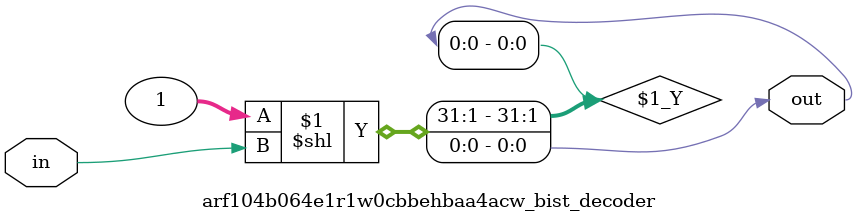
<source format=sv>

`ifndef ARF104B064E1R1W0CBBEHBAA4ACW_BIST_DECODER_SV
`define ARF104B064E1R1W0CBBEHBAA4ACW_BIST_DECODER_SV

module arf104b064e1r1w0cbbehbaa4acw_bist_decoder # (
  parameter IN_WIDTH  = 1,
  parameter OUT_WIDTH = 1
)
(
  input  logic [IN_WIDTH-1:0]  in,
  output logic [OUT_WIDTH-1:0] out
);
  
  assign out = 'b1 << in;

endmodule // arf104b064e1r1w0cbbehbaa4acw_bist_decoder

`endif // ARF104B064E1R1W0CBBEHBAA4ACW_BIST_DECODER_SV
</source>
